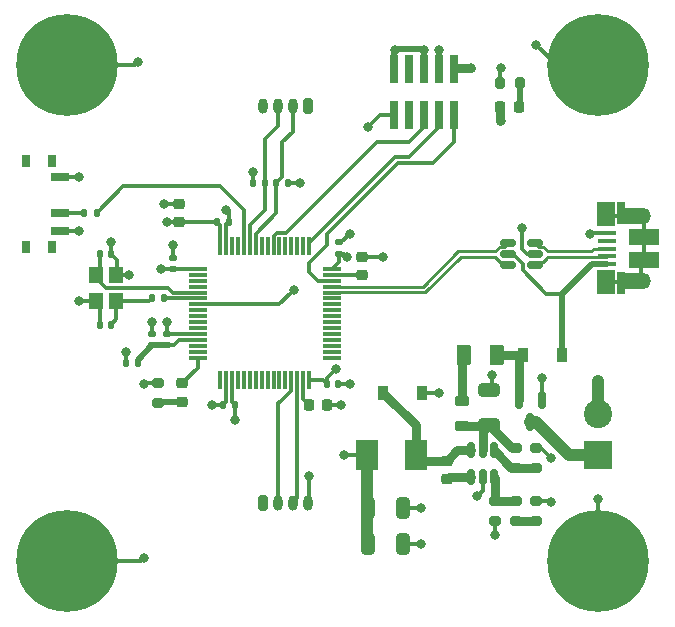
<source format=gbr>
%TF.GenerationSoftware,KiCad,Pcbnew,(6.0.7)*%
%TF.CreationDate,2022-09-22T19:59:32-07:00*%
%TF.ProjectId,STM32F4_rev2,53544d33-3246-4345-9f72-6576322e6b69,rev?*%
%TF.SameCoordinates,Original*%
%TF.FileFunction,Copper,L1,Top*%
%TF.FilePolarity,Positive*%
%FSLAX46Y46*%
G04 Gerber Fmt 4.6, Leading zero omitted, Abs format (unit mm)*
G04 Created by KiCad (PCBNEW (6.0.7)) date 2022-09-22 19:59:32*
%MOMM*%
%LPD*%
G01*
G04 APERTURE LIST*
G04 Aperture macros list*
%AMRoundRect*
0 Rectangle with rounded corners*
0 $1 Rounding radius*
0 $2 $3 $4 $5 $6 $7 $8 $9 X,Y pos of 4 corners*
0 Add a 4 corners polygon primitive as box body*
4,1,4,$2,$3,$4,$5,$6,$7,$8,$9,$2,$3,0*
0 Add four circle primitives for the rounded corners*
1,1,$1+$1,$2,$3*
1,1,$1+$1,$4,$5*
1,1,$1+$1,$6,$7*
1,1,$1+$1,$8,$9*
0 Add four rect primitives between the rounded corners*
20,1,$1+$1,$2,$3,$4,$5,0*
20,1,$1+$1,$4,$5,$6,$7,0*
20,1,$1+$1,$6,$7,$8,$9,0*
20,1,$1+$1,$8,$9,$2,$3,0*%
G04 Aperture macros list end*
%TA.AperFunction,SMDPad,CuDef*%
%ADD10R,0.740000X2.400000*%
%TD*%
%TA.AperFunction,ComponentPad*%
%ADD11C,0.900000*%
%TD*%
%TA.AperFunction,ComponentPad*%
%ADD12C,8.600000*%
%TD*%
%TA.AperFunction,SMDPad,CuDef*%
%ADD13RoundRect,0.150000X-0.150000X0.587500X-0.150000X-0.587500X0.150000X-0.587500X0.150000X0.587500X0*%
%TD*%
%TA.AperFunction,SMDPad,CuDef*%
%ADD14R,0.900000X1.200000*%
%TD*%
%TA.AperFunction,SMDPad,CuDef*%
%ADD15RoundRect,0.135000X0.135000X0.185000X-0.135000X0.185000X-0.135000X-0.185000X0.135000X-0.185000X0*%
%TD*%
%TA.AperFunction,ComponentPad*%
%ADD16RoundRect,0.200000X0.200000X0.450000X-0.200000X0.450000X-0.200000X-0.450000X0.200000X-0.450000X0*%
%TD*%
%TA.AperFunction,ComponentPad*%
%ADD17O,0.800000X1.300000*%
%TD*%
%TA.AperFunction,SMDPad,CuDef*%
%ADD18R,1.650000X0.400000*%
%TD*%
%TA.AperFunction,SMDPad,CuDef*%
%ADD19R,1.500000X2.000000*%
%TD*%
%TA.AperFunction,ComponentPad*%
%ADD20O,1.700000X1.350000*%
%TD*%
%TA.AperFunction,ComponentPad*%
%ADD21O,1.500000X1.100000*%
%TD*%
%TA.AperFunction,SMDPad,CuDef*%
%ADD22R,2.500000X1.430000*%
%TD*%
%TA.AperFunction,SMDPad,CuDef*%
%ADD23R,2.000000X1.350000*%
%TD*%
%TA.AperFunction,SMDPad,CuDef*%
%ADD24R,0.700000X1.825000*%
%TD*%
%TA.AperFunction,SMDPad,CuDef*%
%ADD25RoundRect,0.218750X0.218750X0.256250X-0.218750X0.256250X-0.218750X-0.256250X0.218750X-0.256250X0*%
%TD*%
%TA.AperFunction,SMDPad,CuDef*%
%ADD26RoundRect,0.140000X0.170000X-0.140000X0.170000X0.140000X-0.170000X0.140000X-0.170000X-0.140000X0*%
%TD*%
%TA.AperFunction,SMDPad,CuDef*%
%ADD27RoundRect,0.200000X0.200000X0.275000X-0.200000X0.275000X-0.200000X-0.275000X0.200000X-0.275000X0*%
%TD*%
%TA.AperFunction,SMDPad,CuDef*%
%ADD28RoundRect,0.200000X0.275000X-0.200000X0.275000X0.200000X-0.275000X0.200000X-0.275000X-0.200000X0*%
%TD*%
%TA.AperFunction,SMDPad,CuDef*%
%ADD29RoundRect,0.135000X-0.135000X-0.185000X0.135000X-0.185000X0.135000X0.185000X-0.135000X0.185000X0*%
%TD*%
%TA.AperFunction,SMDPad,CuDef*%
%ADD30RoundRect,0.140000X-0.140000X-0.170000X0.140000X-0.170000X0.140000X0.170000X-0.140000X0.170000X0*%
%TD*%
%TA.AperFunction,SMDPad,CuDef*%
%ADD31RoundRect,0.150000X0.512500X0.150000X-0.512500X0.150000X-0.512500X-0.150000X0.512500X-0.150000X0*%
%TD*%
%TA.AperFunction,SMDPad,CuDef*%
%ADD32R,0.800000X1.000000*%
%TD*%
%TA.AperFunction,SMDPad,CuDef*%
%ADD33R,1.500000X0.700000*%
%TD*%
%TA.AperFunction,SMDPad,CuDef*%
%ADD34RoundRect,0.225000X0.250000X-0.225000X0.250000X0.225000X-0.250000X0.225000X-0.250000X-0.225000X0*%
%TD*%
%TA.AperFunction,SMDPad,CuDef*%
%ADD35RoundRect,0.225000X-0.225000X-0.250000X0.225000X-0.250000X0.225000X0.250000X-0.225000X0.250000X0*%
%TD*%
%TA.AperFunction,ComponentPad*%
%ADD36RoundRect,0.200000X-0.200000X-0.450000X0.200000X-0.450000X0.200000X0.450000X-0.200000X0.450000X0*%
%TD*%
%TA.AperFunction,SMDPad,CuDef*%
%ADD37RoundRect,0.250000X0.375000X0.625000X-0.375000X0.625000X-0.375000X-0.625000X0.375000X-0.625000X0*%
%TD*%
%TA.AperFunction,SMDPad,CuDef*%
%ADD38RoundRect,0.218750X0.256250X-0.218750X0.256250X0.218750X-0.256250X0.218750X-0.256250X-0.218750X0*%
%TD*%
%TA.AperFunction,SMDPad,CuDef*%
%ADD39R,1.200000X1.400000*%
%TD*%
%TA.AperFunction,ComponentPad*%
%ADD40R,2.400000X2.400000*%
%TD*%
%TA.AperFunction,ComponentPad*%
%ADD41C,2.400000*%
%TD*%
%TA.AperFunction,SMDPad,CuDef*%
%ADD42RoundRect,0.140000X0.140000X0.170000X-0.140000X0.170000X-0.140000X-0.170000X0.140000X-0.170000X0*%
%TD*%
%TA.AperFunction,SMDPad,CuDef*%
%ADD43R,1.900000X2.500000*%
%TD*%
%TA.AperFunction,SMDPad,CuDef*%
%ADD44RoundRect,0.147500X-0.147500X-0.172500X0.147500X-0.172500X0.147500X0.172500X-0.147500X0.172500X0*%
%TD*%
%TA.AperFunction,SMDPad,CuDef*%
%ADD45RoundRect,0.200000X-0.275000X0.200000X-0.275000X-0.200000X0.275000X-0.200000X0.275000X0.200000X0*%
%TD*%
%TA.AperFunction,SMDPad,CuDef*%
%ADD46RoundRect,0.250000X-0.325000X-0.650000X0.325000X-0.650000X0.325000X0.650000X-0.325000X0.650000X0*%
%TD*%
%TA.AperFunction,SMDPad,CuDef*%
%ADD47RoundRect,0.218750X-0.381250X0.218750X-0.381250X-0.218750X0.381250X-0.218750X0.381250X0.218750X0*%
%TD*%
%TA.AperFunction,SMDPad,CuDef*%
%ADD48RoundRect,0.250000X0.650000X-0.325000X0.650000X0.325000X-0.650000X0.325000X-0.650000X-0.325000X0*%
%TD*%
%TA.AperFunction,SMDPad,CuDef*%
%ADD49RoundRect,0.225000X-0.250000X0.225000X-0.250000X-0.225000X0.250000X-0.225000X0.250000X0.225000X0*%
%TD*%
%TA.AperFunction,SMDPad,CuDef*%
%ADD50RoundRect,0.075000X-0.700000X-0.075000X0.700000X-0.075000X0.700000X0.075000X-0.700000X0.075000X0*%
%TD*%
%TA.AperFunction,SMDPad,CuDef*%
%ADD51RoundRect,0.075000X-0.075000X-0.700000X0.075000X-0.700000X0.075000X0.700000X-0.075000X0.700000X0*%
%TD*%
%TA.AperFunction,SMDPad,CuDef*%
%ADD52RoundRect,0.150000X0.150000X-0.512500X0.150000X0.512500X-0.150000X0.512500X-0.150000X-0.512500X0*%
%TD*%
%TA.AperFunction,ViaPad*%
%ADD53C,0.800000*%
%TD*%
%TA.AperFunction,Conductor*%
%ADD54C,0.300000*%
%TD*%
%TA.AperFunction,Conductor*%
%ADD55C,0.750000*%
%TD*%
%TA.AperFunction,Conductor*%
%ADD56C,0.500000*%
%TD*%
%TA.AperFunction,Conductor*%
%ADD57C,1.000000*%
%TD*%
%TA.AperFunction,Conductor*%
%ADD58C,0.260350*%
%TD*%
G04 APERTURE END LIST*
D10*
%TO.P,J2,10,Pin_10*%
%TO.N,NRST*%
X97960000Y-66200000D03*
%TO.P,J2,9,Pin_9*%
%TO.N,GND*%
X97960000Y-62300000D03*
%TO.P,J2,8,Pin_8*%
%TO.N,unconnected-(J2-Pad8)*%
X99230000Y-66200000D03*
%TO.P,J2,7,Pin_7*%
%TO.N,unconnected-(J2-Pad7)*%
X99230000Y-62300000D03*
%TO.P,J2,6,Pin_6*%
%TO.N,SWO*%
X100500000Y-66200000D03*
%TO.P,J2,5,Pin_5*%
%TO.N,GND*%
X100500000Y-62300000D03*
%TO.P,J2,4,Pin_4*%
%TO.N,SWCLK*%
X101770000Y-66200000D03*
%TO.P,J2,3,Pin_3*%
%TO.N,GND*%
X101770000Y-62300000D03*
%TO.P,J2,2,Pin_2*%
%TO.N,SWDIO*%
X103040000Y-66200000D03*
%TO.P,J2,1,Pin_1*%
%TO.N,+3.3V*%
X103040000Y-62300000D03*
%TD*%
D11*
%TO.P,H2,1,1*%
%TO.N,GND*%
X115250000Y-107225000D03*
X112025000Y-104000000D03*
X112969581Y-101719581D03*
X117530419Y-101719581D03*
X115250000Y-100775000D03*
X117530419Y-106280419D03*
X112969581Y-106280419D03*
X118475000Y-104000000D03*
D12*
X115250000Y-104000000D03*
%TD*%
D13*
%TO.P,Q1,1,G*%
%TO.N,GND*%
X110450000Y-90312500D03*
%TO.P,Q1,2,S*%
%TO.N,Net-(D1-Pad1)*%
X108550000Y-90312500D03*
%TO.P,Q1,3,D*%
%TO.N,+12V*%
X109500000Y-92187500D03*
%TD*%
D14*
%TO.P,D2,1,K*%
%TO.N,BUCK_SW*%
X97050000Y-89750000D03*
%TO.P,D2,2,A*%
%TO.N,GND*%
X100350000Y-89750000D03*
%TD*%
D15*
%TO.P,R8,1*%
%TO.N,HSE_OUT*%
X78510000Y-81750000D03*
%TO.P,R8,2*%
%TO.N,Net-(C16-Pad1)*%
X77490000Y-81750000D03*
%TD*%
D16*
%TO.P,J3,1,Pin_1*%
%TO.N,+3.3V*%
X90625000Y-65450000D03*
D17*
%TO.P,J3,2,Pin_2*%
%TO.N,I2C1_SCL*%
X89375000Y-65450000D03*
%TO.P,J3,3,Pin_3*%
%TO.N,I2C1_SDA*%
X88125000Y-65450000D03*
%TO.P,J3,4,Pin_4*%
%TO.N,GND*%
X86875000Y-65450000D03*
%TD*%
D18*
%TO.P,J5,1,VBUS*%
%TO.N,+5V*%
X115985000Y-78825000D03*
%TO.P,J5,2,D-*%
%TO.N,USB_CONN_D-*%
X115985000Y-78175000D03*
%TO.P,J5,3,D+*%
%TO.N,USB_CONN_D+*%
X115985000Y-77525000D03*
%TO.P,J5,4,ID*%
%TO.N,unconnected-(J5-Pad4)*%
X115985000Y-76875000D03*
%TO.P,J5,5,GND*%
%TO.N,GND*%
X115985000Y-76225000D03*
D19*
%TO.P,J5,6,Shield*%
%TO.N,unconnected-(J5-Pad6)*%
X115885000Y-80375000D03*
D20*
X118865000Y-80255000D03*
D21*
X115865000Y-75105000D03*
D22*
X119135000Y-78485000D03*
D23*
X117935000Y-80255000D03*
X117935000Y-74775000D03*
D22*
X119135000Y-76565000D03*
D20*
X118865000Y-74795000D03*
D19*
X115865000Y-74625000D03*
D24*
X117185000Y-80475000D03*
X117185000Y-74525000D03*
D21*
X115865000Y-79945000D03*
%TD*%
D25*
%TO.P,D3,1,K*%
%TO.N,Net-(D3-Pad1)*%
X108537500Y-65500000D03*
%TO.P,D3,2,A*%
%TO.N,+3.3V*%
X106962500Y-65500000D03*
%TD*%
D26*
%TO.P,C12,1*%
%TO.N,+3.3VA*%
X78750000Y-85730000D03*
%TO.P,C12,2*%
%TO.N,GND*%
X78750000Y-84770000D03*
%TD*%
D27*
%TO.P,R6,1*%
%TO.N,Net-(D3-Pad1)*%
X108575000Y-63500000D03*
%TO.P,R6,2*%
%TO.N,GND*%
X106925000Y-63500000D03*
%TD*%
D28*
%TO.P,R5,1*%
%TO.N,Net-(R4-Pad2)*%
X110000000Y-100575000D03*
%TO.P,R5,2*%
%TO.N,GND*%
X110000000Y-98925000D03*
%TD*%
D15*
%TO.P,R7,1*%
%TO.N,BOOT0*%
X72760000Y-74500000D03*
%TO.P,R7,2*%
%TO.N,Net-(R7-Pad2)*%
X71740000Y-74500000D03*
%TD*%
D29*
%TO.P,R11,1*%
%TO.N,+3.3V*%
X85980000Y-72000000D03*
%TO.P,R11,2*%
%TO.N,I2C1_SDA*%
X87000000Y-72000000D03*
%TD*%
D30*
%TO.P,C8,1*%
%TO.N,+3.3V*%
X92270000Y-89000000D03*
%TO.P,C8,2*%
%TO.N,GND*%
X93230000Y-89000000D03*
%TD*%
D11*
%TO.P,H3,1,1*%
%TO.N,GND*%
X70250000Y-65225000D03*
X67969581Y-64280419D03*
D12*
X70250000Y-62000000D03*
D11*
X72530419Y-59719581D03*
X73475000Y-62000000D03*
X72530419Y-64280419D03*
X70250000Y-58775000D03*
X67969581Y-59719581D03*
X67025000Y-62000000D03*
%TD*%
D30*
%TO.P,C10,1*%
%TO.N,+3.3V*%
X83000000Y-75250000D03*
%TO.P,C10,2*%
%TO.N,GND*%
X83960000Y-75250000D03*
%TD*%
D14*
%TO.P,D1,1,K*%
%TO.N,Net-(D1-Pad1)*%
X108850000Y-86500000D03*
%TO.P,D1,2,A*%
%TO.N,+5V*%
X112150000Y-86500000D03*
%TD*%
D31*
%TO.P,U3,1,I/O1*%
%TO.N,USB_CONN_D-*%
X109887500Y-78950000D03*
%TO.P,U3,2,GND*%
%TO.N,GND*%
X109887500Y-78000000D03*
%TO.P,U3,3,I/O2*%
%TO.N,USB_CONN_D+*%
X109887500Y-77050000D03*
%TO.P,U3,4,I/O2*%
%TO.N,USB_D+*%
X107612500Y-77050000D03*
%TO.P,U3,5,VBUS*%
%TO.N,+5V*%
X107612500Y-78000000D03*
%TO.P,U3,6,I/O1*%
%TO.N,USB_D-*%
X107612500Y-78950000D03*
%TD*%
D32*
%TO.P,SW1,*%
%TO.N,*%
X66795000Y-70100000D03*
X66795000Y-77400000D03*
X69005000Y-70100000D03*
X69005000Y-77400000D03*
D33*
%TO.P,SW1,1,A*%
%TO.N,+3.3V*%
X69655000Y-71500000D03*
%TO.P,SW1,2,B*%
%TO.N,Net-(R7-Pad2)*%
X69655000Y-74500000D03*
%TO.P,SW1,3,C*%
%TO.N,GND*%
X69655000Y-76000000D03*
%TD*%
D34*
%TO.P,C5,1*%
%TO.N,+3.3V*%
X79750000Y-75275000D03*
%TO.P,C5,2*%
%TO.N,GND*%
X79750000Y-73725000D03*
%TD*%
D35*
%TO.P,C13,1*%
%TO.N,Net-(C13-Pad1)*%
X90725000Y-90750000D03*
%TO.P,C13,2*%
%TO.N,GND*%
X92275000Y-90750000D03*
%TD*%
D36*
%TO.P,J4,1,Pin_1*%
%TO.N,+3.3V*%
X86875000Y-99050000D03*
D17*
%TO.P,J4,2,Pin_2*%
%TO.N,USART3_TX*%
X88125000Y-99050000D03*
%TO.P,J4,3,Pin_3*%
%TO.N,USART3_RX*%
X89375000Y-99050000D03*
%TO.P,J4,4,Pin_4*%
%TO.N,GND*%
X90625000Y-99050000D03*
%TD*%
D37*
%TO.P,F1,1*%
%TO.N,Net-(D1-Pad1)*%
X106650000Y-86500000D03*
%TO.P,F1,2*%
%TO.N,Net-(F1-Pad2)*%
X103850000Y-86500000D03*
%TD*%
D38*
%TO.P,D4,1,K*%
%TO.N,Net-(D4-Pad1)*%
X80000000Y-90500000D03*
%TO.P,D4,2,A*%
%TO.N,LED_STATUS*%
X80000000Y-88925000D03*
%TD*%
D39*
%TO.P,Y1,1,1*%
%TO.N,HSE_IN*%
X72750000Y-79800000D03*
%TO.P,Y1,2,2*%
%TO.N,GND*%
X72750000Y-82000000D03*
%TO.P,Y1,3,3*%
%TO.N,Net-(C16-Pad1)*%
X74450000Y-82000000D03*
%TO.P,Y1,4,4*%
%TO.N,GND*%
X74450000Y-79800000D03*
%TD*%
D40*
%TO.P,J1,1,Pin_1*%
%TO.N,+12V*%
X115250000Y-95000000D03*
D41*
%TO.P,J1,2,Pin_2*%
%TO.N,GND*%
X115250000Y-91500000D03*
%TD*%
D42*
%TO.P,C7,1*%
%TO.N,+3.3V*%
X84460000Y-90750000D03*
%TO.P,C7,2*%
%TO.N,GND*%
X83500000Y-90750000D03*
%TD*%
D28*
%TO.P,R2,1*%
%TO.N,BUCK_EN*%
X110000000Y-96075000D03*
%TO.P,R2,2*%
%TO.N,GND*%
X110000000Y-94425000D03*
%TD*%
D15*
%TO.P,R10,1*%
%TO.N,+3.3V*%
X89010000Y-72000000D03*
%TO.P,R10,2*%
%TO.N,I2C1_SCL*%
X87990000Y-72000000D03*
%TD*%
D34*
%TO.P,C14,1*%
%TO.N,Net-(C14-Pad1)*%
X95250000Y-79775000D03*
%TO.P,C14,2*%
%TO.N,GND*%
X95250000Y-78225000D03*
%TD*%
D43*
%TO.P,L1,1*%
%TO.N,BUCK_SW*%
X99800000Y-95000000D03*
%TO.P,L1,2*%
%TO.N,+3.3V*%
X95700000Y-95000000D03*
%TD*%
D26*
%TO.P,C6,1*%
%TO.N,+3.3V*%
X79250000Y-79250000D03*
%TO.P,C6,2*%
%TO.N,GND*%
X79250000Y-78290000D03*
%TD*%
D30*
%TO.P,C15,1*%
%TO.N,HSE_IN*%
X73020000Y-78000000D03*
%TO.P,C15,2*%
%TO.N,GND*%
X73980000Y-78000000D03*
%TD*%
D44*
%TO.P,L2,1*%
%TO.N,+3.3V*%
X75265000Y-87250000D03*
%TO.P,L2,2*%
%TO.N,+3.3VA*%
X76235000Y-87250000D03*
%TD*%
D11*
%TO.P,H4,1,1*%
%TO.N,GND*%
X112969581Y-64280419D03*
X115250000Y-65225000D03*
X112969581Y-59719581D03*
X112025000Y-62000000D03*
X117530419Y-59719581D03*
D12*
X115250000Y-62000000D03*
D11*
X118475000Y-62000000D03*
X115250000Y-58775000D03*
X117530419Y-64280419D03*
%TD*%
D45*
%TO.P,R1,1*%
%TO.N,BUCK_IN*%
X108250000Y-94425000D03*
%TO.P,R1,2*%
%TO.N,BUCK_EN*%
X108250000Y-96075000D03*
%TD*%
D42*
%TO.P,C16,1*%
%TO.N,Net-(C16-Pad1)*%
X73980000Y-84000000D03*
%TO.P,C16,2*%
%TO.N,GND*%
X73020000Y-84000000D03*
%TD*%
D46*
%TO.P,C2,1*%
%TO.N,+3.3V*%
X95775000Y-99500000D03*
%TO.P,C2,2*%
%TO.N,GND*%
X98725000Y-99500000D03*
%TD*%
D47*
%TO.P,FB1,1*%
%TO.N,Net-(F1-Pad2)*%
X103700000Y-90437500D03*
%TO.P,FB1,2*%
%TO.N,BUCK_IN*%
X103700000Y-92562500D03*
%TD*%
D48*
%TO.P,C1,1*%
%TO.N,BUCK_IN*%
X105950000Y-92475000D03*
%TO.P,C1,2*%
%TO.N,GND*%
X105950000Y-89525000D03*
%TD*%
D49*
%TO.P,C4,1*%
%TO.N,BUCK_SW*%
X102450000Y-95475000D03*
%TO.P,C4,2*%
%TO.N,BUCK_BST*%
X102450000Y-97025000D03*
%TD*%
D26*
%TO.P,C9,1*%
%TO.N,+3.3V*%
X93250000Y-77960000D03*
%TO.P,C9,2*%
%TO.N,GND*%
X93250000Y-77000000D03*
%TD*%
D46*
%TO.P,C3,1*%
%TO.N,+3.3V*%
X95775000Y-102500000D03*
%TO.P,C3,2*%
%TO.N,GND*%
X98725000Y-102500000D03*
%TD*%
D50*
%TO.P,U2,1,VBAT*%
%TO.N,+3.3V*%
X81325000Y-79250000D03*
%TO.P,U2,2,PC13*%
%TO.N,unconnected-(U2-Pad2)*%
X81325000Y-79750000D03*
%TO.P,U2,3,PC14*%
%TO.N,unconnected-(U2-Pad3)*%
X81325000Y-80250000D03*
%TO.P,U2,4,PC15*%
%TO.N,unconnected-(U2-Pad4)*%
X81325000Y-80750000D03*
%TO.P,U2,5,PH0*%
%TO.N,HSE_IN*%
X81325000Y-81250000D03*
%TO.P,U2,6,PH1*%
%TO.N,HSE_OUT*%
X81325000Y-81750000D03*
%TO.P,U2,7,NRST*%
%TO.N,NRST*%
X81325000Y-82250000D03*
%TO.P,U2,8,PC0*%
%TO.N,unconnected-(U2-Pad8)*%
X81325000Y-82750000D03*
%TO.P,U2,9,PC1*%
%TO.N,unconnected-(U2-Pad9)*%
X81325000Y-83250000D03*
%TO.P,U2,10,PC2*%
%TO.N,unconnected-(U2-Pad10)*%
X81325000Y-83750000D03*
%TO.P,U2,11,PC3*%
%TO.N,unconnected-(U2-Pad11)*%
X81325000Y-84250000D03*
%TO.P,U2,12,VSSA*%
%TO.N,GND*%
X81325000Y-84750000D03*
%TO.P,U2,13,VDDA*%
%TO.N,+3.3VA*%
X81325000Y-85250000D03*
%TO.P,U2,14,PA0*%
%TO.N,unconnected-(U2-Pad14)*%
X81325000Y-85750000D03*
%TO.P,U2,15,PA1*%
%TO.N,unconnected-(U2-Pad15)*%
X81325000Y-86250000D03*
%TO.P,U2,16,PA2*%
%TO.N,LED_STATUS*%
X81325000Y-86750000D03*
D51*
%TO.P,U2,17,PA3*%
%TO.N,unconnected-(U2-Pad17)*%
X83250000Y-88675000D03*
%TO.P,U2,18,VSS*%
%TO.N,GND*%
X83750000Y-88675000D03*
%TO.P,U2,19,VDD*%
%TO.N,+3.3V*%
X84250000Y-88675000D03*
%TO.P,U2,20,PA4*%
%TO.N,unconnected-(U2-Pad20)*%
X84750000Y-88675000D03*
%TO.P,U2,21,PA5*%
%TO.N,unconnected-(U2-Pad21)*%
X85250000Y-88675000D03*
%TO.P,U2,22,PA6*%
%TO.N,unconnected-(U2-Pad22)*%
X85750000Y-88675000D03*
%TO.P,U2,23,PA7*%
%TO.N,unconnected-(U2-Pad23)*%
X86250000Y-88675000D03*
%TO.P,U2,24,PC4*%
%TO.N,unconnected-(U2-Pad24)*%
X86750000Y-88675000D03*
%TO.P,U2,25,PC5*%
%TO.N,unconnected-(U2-Pad25)*%
X87250000Y-88675000D03*
%TO.P,U2,26,PB0*%
%TO.N,unconnected-(U2-Pad26)*%
X87750000Y-88675000D03*
%TO.P,U2,27,PB1*%
%TO.N,unconnected-(U2-Pad27)*%
X88250000Y-88675000D03*
%TO.P,U2,28,PB2*%
%TO.N,unconnected-(U2-Pad28)*%
X88750000Y-88675000D03*
%TO.P,U2,29,PB10*%
%TO.N,USART3_TX*%
X89250000Y-88675000D03*
%TO.P,U2,30,PB11*%
%TO.N,USART3_RX*%
X89750000Y-88675000D03*
%TO.P,U2,31,VCAP_1*%
%TO.N,Net-(C13-Pad1)*%
X90250000Y-88675000D03*
%TO.P,U2,32,VDD*%
%TO.N,+3.3V*%
X90750000Y-88675000D03*
D50*
%TO.P,U2,33,PB12*%
%TO.N,unconnected-(U2-Pad33)*%
X92675000Y-86750000D03*
%TO.P,U2,34,PB13*%
%TO.N,unconnected-(U2-Pad34)*%
X92675000Y-86250000D03*
%TO.P,U2,35,PB14*%
%TO.N,unconnected-(U2-Pad35)*%
X92675000Y-85750000D03*
%TO.P,U2,36,PB15*%
%TO.N,unconnected-(U2-Pad36)*%
X92675000Y-85250000D03*
%TO.P,U2,37,PC6*%
%TO.N,unconnected-(U2-Pad37)*%
X92675000Y-84750000D03*
%TO.P,U2,38,PC7*%
%TO.N,unconnected-(U2-Pad38)*%
X92675000Y-84250000D03*
%TO.P,U2,39,PC8*%
%TO.N,unconnected-(U2-Pad39)*%
X92675000Y-83750000D03*
%TO.P,U2,40,PC9*%
%TO.N,unconnected-(U2-Pad40)*%
X92675000Y-83250000D03*
%TO.P,U2,41,PA8*%
%TO.N,unconnected-(U2-Pad41)*%
X92675000Y-82750000D03*
%TO.P,U2,42,PA9*%
%TO.N,unconnected-(U2-Pad42)*%
X92675000Y-82250000D03*
%TO.P,U2,43,PA10*%
%TO.N,unconnected-(U2-Pad43)*%
X92675000Y-81750000D03*
%TO.P,U2,44,PA11*%
%TO.N,USB_D-*%
X92675000Y-81250000D03*
%TO.P,U2,45,PA12*%
%TO.N,USB_D+*%
X92675000Y-80750000D03*
%TO.P,U2,46,PA13*%
%TO.N,SWDIO*%
X92675000Y-80250000D03*
%TO.P,U2,47,VCAP_2*%
%TO.N,Net-(C14-Pad1)*%
X92675000Y-79750000D03*
%TO.P,U2,48,VDD*%
%TO.N,+3.3V*%
X92675000Y-79250000D03*
D51*
%TO.P,U2,49,PA14*%
%TO.N,SWCLK*%
X90750000Y-77325000D03*
%TO.P,U2,50,PA15*%
%TO.N,unconnected-(U2-Pad50)*%
X90250000Y-77325000D03*
%TO.P,U2,51,PC10*%
%TO.N,unconnected-(U2-Pad51)*%
X89750000Y-77325000D03*
%TO.P,U2,52,PC11*%
%TO.N,unconnected-(U2-Pad52)*%
X89250000Y-77325000D03*
%TO.P,U2,53,PC12*%
%TO.N,unconnected-(U2-Pad53)*%
X88750000Y-77325000D03*
%TO.P,U2,54,PD2*%
%TO.N,unconnected-(U2-Pad54)*%
X88250000Y-77325000D03*
%TO.P,U2,55,PB3*%
%TO.N,SWO*%
X87750000Y-77325000D03*
%TO.P,U2,56,PB4*%
%TO.N,unconnected-(U2-Pad56)*%
X87250000Y-77325000D03*
%TO.P,U2,57,PB5*%
%TO.N,unconnected-(U2-Pad57)*%
X86750000Y-77325000D03*
%TO.P,U2,58,PB6*%
%TO.N,I2C1_SCL*%
X86250000Y-77325000D03*
%TO.P,U2,59,PB7*%
%TO.N,I2C1_SDA*%
X85750000Y-77325000D03*
%TO.P,U2,60,BOOT0*%
%TO.N,BOOT0*%
X85250000Y-77325000D03*
%TO.P,U2,61,PB8*%
%TO.N,unconnected-(U2-Pad61)*%
X84750000Y-77325000D03*
%TO.P,U2,62,PB9*%
%TO.N,unconnected-(U2-Pad62)*%
X84250000Y-77325000D03*
%TO.P,U2,63,VSS*%
%TO.N,GND*%
X83750000Y-77325000D03*
%TO.P,U2,64,VDD*%
%TO.N,+3.3V*%
X83250000Y-77325000D03*
%TD*%
D26*
%TO.P,C11,1*%
%TO.N,+3.3VA*%
X77500000Y-85710000D03*
%TO.P,C11,2*%
%TO.N,GND*%
X77500000Y-84750000D03*
%TD*%
D28*
%TO.P,R9,1*%
%TO.N,Net-(D4-Pad1)*%
X78000000Y-90575000D03*
%TO.P,R9,2*%
%TO.N,GND*%
X78000000Y-88925000D03*
%TD*%
D52*
%TO.P,U1,1,BST*%
%TO.N,BUCK_BST*%
X104500000Y-96887500D03*
%TO.P,U1,2,GND*%
%TO.N,GND*%
X105450000Y-96887500D03*
%TO.P,U1,3,FB*%
%TO.N,BUCK_FB*%
X106400000Y-96887500D03*
%TO.P,U1,4,EN*%
%TO.N,BUCK_EN*%
X106400000Y-94612500D03*
%TO.P,U1,5,IN*%
%TO.N,BUCK_IN*%
X105450000Y-94612500D03*
%TO.P,U1,6,SW*%
%TO.N,BUCK_SW*%
X104500000Y-94612500D03*
%TD*%
D12*
%TO.P,H1,1,1*%
%TO.N,GND*%
X70250000Y-104000000D03*
D11*
X67969581Y-101719581D03*
X67025000Y-104000000D03*
X70250000Y-100775000D03*
X70250000Y-107225000D03*
X67969581Y-106280419D03*
X72530419Y-101719581D03*
X72530419Y-106280419D03*
X73475000Y-104000000D03*
%TD*%
D45*
%TO.P,R4,1*%
%TO.N,BUCK_FB*%
X108250000Y-98925000D03*
%TO.P,R4,2*%
%TO.N,Net-(R4-Pad2)*%
X108250000Y-100575000D03*
%TD*%
D28*
%TO.P,R3,1*%
%TO.N,+3.3V*%
X106500000Y-100575000D03*
%TO.P,R3,2*%
%TO.N,BUCK_FB*%
X106500000Y-98925000D03*
%TD*%
D53*
%TO.N,NRST*%
X95750000Y-67250000D03*
X89500000Y-81000000D03*
%TO.N,GND*%
X101750000Y-60750000D03*
X76250000Y-61750000D03*
X76750000Y-103750000D03*
X97000000Y-78250000D03*
X94250000Y-76250000D03*
X76750000Y-89000000D03*
X77500000Y-83750000D03*
X78750000Y-83750000D03*
X82499478Y-90739668D03*
X94250000Y-89000000D03*
X93500000Y-90750000D03*
X90750000Y-96750000D03*
X100250000Y-102500000D03*
X100250000Y-99500000D03*
X105000000Y-98500000D03*
X115250000Y-98750000D03*
X111250000Y-99000000D03*
X111250000Y-95250000D03*
X101750000Y-89750000D03*
X106250000Y-88250000D03*
X110500000Y-88500000D03*
X115250000Y-88750000D03*
X108750000Y-75750000D03*
X114500000Y-76250000D03*
X110000000Y-60250000D03*
X107000000Y-62250000D03*
%TO.N,+3.3V*%
X104500000Y-62250000D03*
%TO.N,GND*%
X100500000Y-60750000D03*
X83750000Y-74250000D03*
X78500000Y-73750000D03*
X79250000Y-77250000D03*
X71250000Y-82000000D03*
X75500000Y-79750000D03*
X74000000Y-77000000D03*
X71250000Y-76000000D03*
%TO.N,+3.3V*%
X78750000Y-75250000D03*
X94000000Y-78250000D03*
X90000000Y-72000000D03*
X86000000Y-71000000D03*
X78250000Y-79250000D03*
X75250000Y-86250000D03*
X84500000Y-92000000D03*
X93000000Y-87750000D03*
X93750000Y-95000000D03*
X106500000Y-101750000D03*
X107000000Y-66750000D03*
%TO.N,GND*%
X98000000Y-60750000D03*
%TO.N,+3.3V*%
X71250000Y-71500000D03*
%TD*%
D54*
%TO.N,SWO*%
X100500000Y-67250000D02*
X100500000Y-66200000D01*
X99250000Y-68500000D02*
X100500000Y-67250000D01*
X88800000Y-76200000D02*
X96500000Y-68500000D01*
X96500000Y-68500000D02*
X99250000Y-68500000D01*
X87998959Y-76200000D02*
X88800000Y-76200000D01*
X87750000Y-76448959D02*
X87998959Y-76200000D01*
X87750000Y-77325000D02*
X87750000Y-76448959D01*
%TO.N,NRST*%
X96800000Y-66200000D02*
X97960000Y-66200000D01*
X95750000Y-67250000D02*
X96800000Y-66200000D01*
D55*
%TO.N,+3.3V*%
X103090000Y-62250000D02*
X103040000Y-62300000D01*
X104500000Y-62250000D02*
X103090000Y-62250000D01*
D54*
%TO.N,NRST*%
X89250000Y-81250000D02*
X89500000Y-81000000D01*
X88250000Y-82250000D02*
X89250000Y-81250000D01*
X81325000Y-82250000D02*
X88250000Y-82250000D01*
%TO.N,SWCLK*%
X101770000Y-67230000D02*
X101770000Y-66200000D01*
X99250000Y-69750000D02*
X101770000Y-67230000D01*
X90750000Y-77042894D02*
X98042894Y-69750000D01*
X90750000Y-77325000D02*
X90750000Y-77042894D01*
X98042894Y-69750000D02*
X99250000Y-69750000D01*
%TO.N,SWDIO*%
X103040000Y-68460000D02*
X103040000Y-66200000D01*
X101250000Y-70250000D02*
X103040000Y-68460000D01*
X92250000Y-77250000D02*
X92250000Y-76250000D01*
X90750000Y-78750000D02*
X92250000Y-77250000D01*
X90750000Y-79500000D02*
X90750000Y-78750000D01*
X91500000Y-80250000D02*
X90750000Y-79500000D01*
X98250000Y-70250000D02*
X101250000Y-70250000D01*
X92250000Y-76250000D02*
X98250000Y-70250000D01*
X92675000Y-80250000D02*
X91500000Y-80250000D01*
D56*
%TO.N,GND*%
X98100000Y-60650000D02*
X100400000Y-60650000D01*
X100400000Y-60650000D02*
X100500000Y-60750000D01*
X98000000Y-60750000D02*
X98100000Y-60650000D01*
X101770000Y-60770000D02*
X101750000Y-60750000D01*
X101770000Y-62300000D02*
X101770000Y-60770000D01*
X100500000Y-62300000D02*
X100500000Y-60750000D01*
X97960000Y-60790000D02*
X98000000Y-60750000D01*
X97960000Y-62300000D02*
X97960000Y-60790000D01*
D54*
%TO.N,Net-(R7-Pad2)*%
X69655000Y-74500000D02*
X71740000Y-74500000D01*
%TO.N,BOOT0*%
X75010000Y-72250000D02*
X72760000Y-74500000D01*
X83250000Y-72250000D02*
X75010000Y-72250000D01*
X85250000Y-77325000D02*
X85250000Y-74250000D01*
X85250000Y-74250000D02*
X83250000Y-72250000D01*
D57*
%TO.N,GND*%
X115250000Y-91500000D02*
X115250000Y-88750000D01*
D54*
%TO.N,+3.3V*%
X79250000Y-79250000D02*
X78250000Y-79250000D01*
%TO.N,GND*%
X96975000Y-78225000D02*
X97000000Y-78250000D01*
X95250000Y-78225000D02*
X96975000Y-78225000D01*
%TO.N,+3.3V*%
X93710000Y-77960000D02*
X94000000Y-78250000D01*
X93250000Y-77960000D02*
X93710000Y-77960000D01*
%TO.N,GND*%
X93500000Y-77000000D02*
X94250000Y-76250000D01*
X93250000Y-77000000D02*
X93500000Y-77000000D01*
X71250000Y-76000000D02*
X69655000Y-76000000D01*
%TO.N,unconnected-(J5-Pad6)*%
X116175000Y-74795000D02*
X115865000Y-75105000D01*
X118865000Y-74795000D02*
X116175000Y-74795000D01*
X119135000Y-75065000D02*
X118865000Y-74795000D01*
X119135000Y-76565000D02*
X119135000Y-75065000D01*
X119135000Y-76565000D02*
X119135000Y-78485000D01*
X118865000Y-78755000D02*
X119135000Y-78485000D01*
X118865000Y-80255000D02*
X118865000Y-78755000D01*
X118745000Y-80375000D02*
X118865000Y-80255000D01*
X115885000Y-80375000D02*
X118745000Y-80375000D01*
%TO.N,GND*%
X115250000Y-104000000D02*
X115250000Y-98750000D01*
X70250000Y-104000000D02*
X76500000Y-104000000D01*
X76500000Y-104000000D02*
X76750000Y-103750000D01*
X76000000Y-62000000D02*
X76250000Y-61750000D01*
X70250000Y-62000000D02*
X76000000Y-62000000D01*
X98725000Y-102500000D02*
X100250000Y-102500000D01*
X98725000Y-99500000D02*
X100250000Y-99500000D01*
X105450000Y-98050000D02*
X105450000Y-96887500D01*
X105000000Y-98500000D02*
X105450000Y-98050000D01*
%TO.N,+3.3V*%
X106500000Y-101750000D02*
X106500000Y-100575000D01*
%TO.N,GND*%
X111175000Y-98925000D02*
X111250000Y-99000000D01*
X110000000Y-98925000D02*
X111175000Y-98925000D01*
X110425000Y-94425000D02*
X111250000Y-95250000D01*
X110000000Y-94425000D02*
X110425000Y-94425000D01*
X110450000Y-90312500D02*
X110450000Y-88550000D01*
X110450000Y-88550000D02*
X110500000Y-88500000D01*
X101750000Y-89750000D02*
X100350000Y-89750000D01*
X106250000Y-89225000D02*
X105950000Y-89525000D01*
X106250000Y-88250000D02*
X106250000Y-89225000D01*
X108750000Y-77532107D02*
X108750000Y-75750000D01*
X109887500Y-78000000D02*
X109217893Y-78000000D01*
X109217893Y-78000000D02*
X108750000Y-77532107D01*
X114525000Y-76225000D02*
X114500000Y-76250000D01*
X115985000Y-76225000D02*
X114525000Y-76225000D01*
X111750000Y-62000000D02*
X110000000Y-60250000D01*
X112025000Y-62000000D02*
X111750000Y-62000000D01*
%TO.N,+3.3V*%
X106962500Y-66712500D02*
X107000000Y-66750000D01*
D55*
X106962500Y-65500000D02*
X106962500Y-66712500D01*
D54*
%TO.N,GND*%
X106925000Y-62325000D02*
X107000000Y-62250000D01*
X106925000Y-63500000D02*
X106925000Y-62325000D01*
X100500000Y-62450000D02*
X100500000Y-60750000D01*
X97960000Y-62450000D02*
X97960000Y-60790000D01*
%TO.N,+3.3V*%
X89010000Y-72000000D02*
X90000000Y-72000000D01*
X85980000Y-71020000D02*
X86000000Y-71000000D01*
X85980000Y-72000000D02*
X85980000Y-71020000D01*
%TO.N,GND*%
X83960000Y-74460000D02*
X83750000Y-74250000D01*
X83960000Y-75250000D02*
X83960000Y-74460000D01*
%TO.N,+3.3V*%
X92270000Y-89000000D02*
X92270000Y-88480000D01*
X92270000Y-88480000D02*
X93000000Y-87750000D01*
%TO.N,GND*%
X93230000Y-89000000D02*
X94250000Y-89000000D01*
X92275000Y-90750000D02*
X93500000Y-90750000D01*
%TO.N,+3.3V*%
X93750000Y-95000000D02*
X95700000Y-95000000D01*
%TO.N,GND*%
X90750000Y-98925000D02*
X90625000Y-99050000D01*
X90750000Y-96750000D02*
X90750000Y-98925000D01*
%TO.N,+3.3V*%
X84500000Y-90790000D02*
X84460000Y-90750000D01*
X84500000Y-92000000D02*
X84500000Y-90790000D01*
%TO.N,GND*%
X83489668Y-90739668D02*
X83500000Y-90750000D01*
X82499478Y-90739668D02*
X83489668Y-90739668D01*
X76825000Y-88925000D02*
X76750000Y-89000000D01*
X78000000Y-88925000D02*
X76825000Y-88925000D01*
X78750000Y-84770000D02*
X78750000Y-83750000D01*
X77500000Y-84750000D02*
X77500000Y-83750000D01*
%TO.N,+3.3V*%
X75265000Y-86265000D02*
X75250000Y-86250000D01*
X75265000Y-87250000D02*
X75265000Y-86265000D01*
%TO.N,GND*%
X72750000Y-82000000D02*
X71250000Y-82000000D01*
X75450000Y-79800000D02*
X75500000Y-79750000D01*
X74450000Y-79800000D02*
X75450000Y-79800000D01*
X79250000Y-77250000D02*
X79250000Y-78290000D01*
%TO.N,+3.3V*%
X79750000Y-75275000D02*
X78775000Y-75275000D01*
X78775000Y-75275000D02*
X78750000Y-75250000D01*
%TO.N,GND*%
X78525000Y-73725000D02*
X78500000Y-73750000D01*
X79750000Y-73725000D02*
X78525000Y-73725000D01*
X73980000Y-77020000D02*
X74000000Y-77000000D01*
X73980000Y-78000000D02*
X73980000Y-77020000D01*
%TO.N,+3.3V*%
X81325000Y-79250000D02*
X79250000Y-79250000D01*
%TO.N,+5V*%
X110850000Y-81350000D02*
X112150000Y-81350000D01*
X108875000Y-79375000D02*
X110850000Y-81350000D01*
X108875000Y-78842893D02*
X108875000Y-79375000D01*
X107612500Y-78000000D02*
X108032107Y-78000000D01*
X108032107Y-78000000D02*
X108875000Y-78842893D01*
%TO.N,+3.3V*%
X69655000Y-71500000D02*
X71250000Y-71500000D01*
D57*
%TO.N,+12V*%
X112750000Y-95000000D02*
X115250000Y-95000000D01*
X109500000Y-92187500D02*
X109937500Y-92187500D01*
X109937500Y-92187500D02*
X112750000Y-95000000D01*
D54*
%TO.N,Net-(C16-Pad1)*%
X74450000Y-82000000D02*
X77240000Y-82000000D01*
X74450000Y-83530000D02*
X73980000Y-84000000D01*
X77240000Y-82000000D02*
X77490000Y-81750000D01*
X74450000Y-82000000D02*
X74450000Y-83530000D01*
D56*
%TO.N,Net-(D4-Pad1)*%
X78075000Y-90500000D02*
X78000000Y-90575000D01*
X80000000Y-90500000D02*
X78075000Y-90500000D01*
%TO.N,Net-(D3-Pad1)*%
X108575000Y-65462500D02*
X108537500Y-65500000D01*
X108575000Y-63500000D02*
X108575000Y-65462500D01*
D55*
%TO.N,Net-(R4-Pad2)*%
X110000000Y-100575000D02*
X108250000Y-100575000D01*
%TO.N,BUCK_FB*%
X106500000Y-98925000D02*
X106500000Y-96987500D01*
X106500000Y-96987500D02*
X106400000Y-96887500D01*
X108250000Y-98925000D02*
X106500000Y-98925000D01*
D54*
%TO.N,+3.3V*%
X91945000Y-88675000D02*
X92270000Y-89000000D01*
D57*
X95700000Y-95000000D02*
X95700000Y-102425000D01*
D54*
X83250000Y-75500000D02*
X83000000Y-75250000D01*
X93250000Y-77960000D02*
X93250000Y-78675000D01*
X93250000Y-78675000D02*
X92675000Y-79250000D01*
X84250000Y-88675000D02*
X84250000Y-90540000D01*
X83250000Y-77325000D02*
X83250000Y-75500000D01*
D57*
X95700000Y-102425000D02*
X95775000Y-102500000D01*
D54*
X83000000Y-75250000D02*
X79975000Y-75250000D01*
X84250000Y-90540000D02*
X84460000Y-90750000D01*
X90750000Y-88675000D02*
X91945000Y-88675000D01*
D55*
%TO.N,BUCK_EN*%
X110000000Y-96075000D02*
X108250000Y-96075000D01*
X107862500Y-96075000D02*
X108250000Y-96075000D01*
X106400000Y-94612500D02*
X107862500Y-96075000D01*
%TO.N,BUCK_IN*%
X105950000Y-92475000D02*
X105450000Y-92975000D01*
X108250000Y-94425000D02*
X107900000Y-94425000D01*
X107900000Y-94425000D02*
X105950000Y-92475000D01*
X103700000Y-92562500D02*
X105862500Y-92562500D01*
X105450000Y-92975000D02*
X105450000Y-94612500D01*
X105862500Y-92562500D02*
X105950000Y-92475000D01*
D54*
%TO.N,I2C1_SCL*%
X87990000Y-74510000D02*
X87990000Y-72000000D01*
X88500000Y-71490000D02*
X88500000Y-68500000D01*
X87990000Y-72000000D02*
X88500000Y-71490000D01*
X88500000Y-68500000D02*
X89375000Y-67625000D01*
X86250000Y-76250000D02*
X87990000Y-74510000D01*
X89375000Y-67625000D02*
X89375000Y-65450000D01*
X86250000Y-77325000D02*
X86250000Y-76250000D01*
%TO.N,I2C1_SDA*%
X87000000Y-74250000D02*
X87000000Y-72000000D01*
X85750000Y-77325000D02*
X85750000Y-75500000D01*
X85750000Y-75500000D02*
X87000000Y-74250000D01*
X87000000Y-72000000D02*
X87000000Y-68250000D01*
X88125000Y-67125000D02*
X88125000Y-65450000D01*
X87000000Y-68250000D02*
X88125000Y-67125000D01*
%TO.N,HSE_OUT*%
X81325000Y-81750000D02*
X78510000Y-81750000D01*
D55*
%TO.N,Net-(F1-Pad2)*%
X103700000Y-90437500D02*
X103700000Y-86650000D01*
X103700000Y-86650000D02*
X103850000Y-86500000D01*
D58*
%TO.N,USB_CONN_D+*%
X114598548Y-77768225D02*
X114841773Y-77525000D01*
X110880175Y-77768225D02*
X114598548Y-77768225D01*
X109887500Y-77050000D02*
X110207325Y-77369825D01*
X110207325Y-77369825D02*
X110598895Y-77369825D01*
X114841773Y-77525000D02*
X115985000Y-77525000D01*
X110598895Y-77369825D02*
X110880175Y-77651105D01*
X110880175Y-77651105D02*
X110880175Y-77768225D01*
%TO.N,USB_D+*%
X107292675Y-77369825D02*
X106901105Y-77369825D01*
X107612500Y-77050000D02*
X107292675Y-77369825D01*
X92693225Y-80768225D02*
X92675000Y-80750000D01*
X100403995Y-80768225D02*
X92693225Y-80768225D01*
X103403995Y-77768225D02*
X100403995Y-80768225D01*
X106502705Y-77768225D02*
X103403995Y-77768225D01*
X106901105Y-77369825D02*
X106502705Y-77768225D01*
D56*
%TO.N,+5V*%
X112150000Y-81350000D02*
X112150000Y-86500000D01*
X115985000Y-78825000D02*
X114675000Y-78825000D01*
X114675000Y-78825000D02*
X112150000Y-81350000D01*
D58*
%TO.N,USB_D-*%
X92693225Y-81231775D02*
X92675000Y-81250000D01*
X107292675Y-78630175D02*
X106901105Y-78630175D01*
X106502705Y-78231775D02*
X103596005Y-78231775D01*
X107612500Y-78950000D02*
X107292675Y-78630175D01*
X100596005Y-81231775D02*
X92693225Y-81231775D01*
X106901105Y-78630175D02*
X106502705Y-78231775D01*
X103596005Y-78231775D02*
X100596005Y-81231775D01*
D55*
%TO.N,BUCK_BST*%
X104500000Y-96887500D02*
X102587500Y-96887500D01*
X102587500Y-96887500D02*
X102450000Y-97025000D01*
%TO.N,BUCK_SW*%
X100275000Y-95475000D02*
X99800000Y-95000000D01*
X102450000Y-95475000D02*
X100275000Y-95475000D01*
X103312500Y-94612500D02*
X102450000Y-95475000D01*
X99800000Y-95000000D02*
X99800000Y-92500000D01*
X104500000Y-94612500D02*
X103312500Y-94612500D01*
X99800000Y-92500000D02*
X97050000Y-89750000D01*
D54*
%TO.N,HSE_IN*%
X79250000Y-81250000D02*
X78850000Y-80850000D01*
X81325000Y-81250000D02*
X79250000Y-81250000D01*
X73020000Y-78000000D02*
X73020000Y-79530000D01*
X72750000Y-80000000D02*
X72750000Y-79800000D01*
X73600000Y-80850000D02*
X72750000Y-80000000D01*
X78850000Y-80850000D02*
X73600000Y-80850000D01*
X73020000Y-79530000D02*
X72750000Y-79800000D01*
%TO.N,+3.3VA*%
X79281483Y-85730000D02*
X78750000Y-85730000D01*
D56*
X76235000Y-87250000D02*
X76235000Y-86975000D01*
X78730000Y-85710000D02*
X78750000Y-85730000D01*
X76235000Y-86975000D02*
X77500000Y-85710000D01*
X77500000Y-85710000D02*
X78730000Y-85710000D01*
D54*
X81325000Y-85250000D02*
X79761483Y-85250000D01*
X79761483Y-85250000D02*
X79281483Y-85730000D01*
%TO.N,LED_STATUS*%
X81325000Y-86750000D02*
X81325000Y-87600000D01*
X81325000Y-87600000D02*
X80000000Y-88925000D01*
%TO.N,USART3_TX*%
X89250000Y-89551041D02*
X88301041Y-90500000D01*
X88125000Y-90625000D02*
X88125000Y-99050000D01*
X88301041Y-90500000D02*
X88250000Y-90500000D01*
X88250000Y-90500000D02*
X88125000Y-90625000D01*
X89250000Y-88675000D02*
X89250000Y-89551041D01*
%TO.N,USART3_RX*%
X89750000Y-98675000D02*
X89375000Y-99050000D01*
X89750000Y-88675000D02*
X89750000Y-98675000D01*
%TO.N,Net-(C13-Pad1)*%
X90250000Y-90275000D02*
X90725000Y-90750000D01*
X90250000Y-88675000D02*
X90250000Y-90275000D01*
%TO.N,NRST*%
X98000000Y-66090000D02*
X97960000Y-66050000D01*
%TO.N,Net-(C14-Pad1)*%
X95225000Y-79750000D02*
X95250000Y-79775000D01*
X92675000Y-79750000D02*
X95225000Y-79750000D01*
%TO.N,GND*%
X81325000Y-84750000D02*
X78770000Y-84750000D01*
X73020000Y-82270000D02*
X72750000Y-82000000D01*
X73980000Y-78000000D02*
X74500000Y-78520000D01*
X78770000Y-84750000D02*
X78750000Y-84770000D01*
X83750000Y-90500000D02*
X83500000Y-90750000D01*
X83750000Y-88675000D02*
X83750000Y-90500000D01*
X74500000Y-79750000D02*
X74450000Y-79800000D01*
X73020000Y-84000000D02*
X73020000Y-82270000D01*
X83750000Y-75460000D02*
X83960000Y-75250000D01*
X83750000Y-77325000D02*
X83750000Y-75460000D01*
X74500000Y-78520000D02*
X74500000Y-79750000D01*
D55*
%TO.N,Net-(D1-Pad1)*%
X108550000Y-90312500D02*
X108550000Y-86800000D01*
X106650000Y-86500000D02*
X108850000Y-86500000D01*
X108550000Y-86800000D02*
X108850000Y-86500000D01*
D58*
%TO.N,USB_CONN_D-*%
X115915175Y-78244825D02*
X115985000Y-78175000D01*
X110598895Y-78630175D02*
X110880175Y-78348895D01*
X114494825Y-78244825D02*
X115915175Y-78244825D01*
X109887500Y-78950000D02*
X110207325Y-78630175D01*
X110207325Y-78630175D02*
X110598895Y-78630175D01*
X110880175Y-78348895D02*
X110880175Y-78231775D01*
X110880175Y-78231775D02*
X114481775Y-78231775D01*
X114481775Y-78231775D02*
X114494825Y-78244825D01*
%TD*%
M02*

</source>
